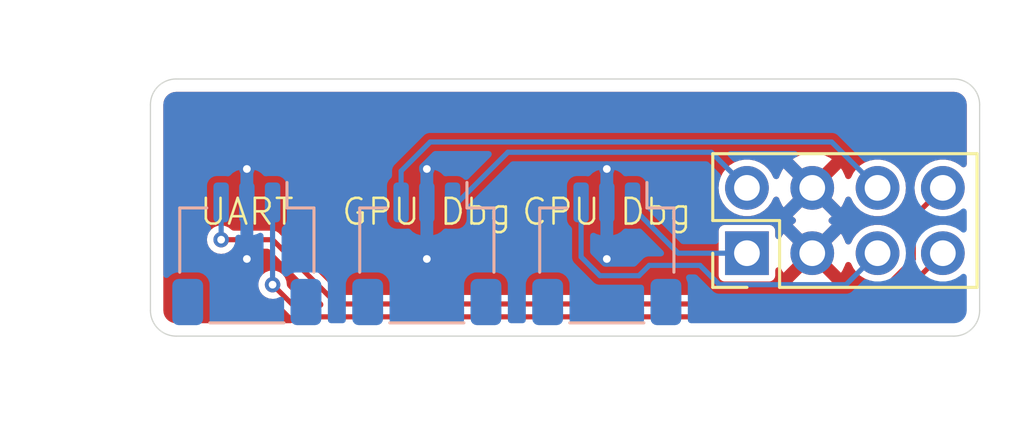
<source format=kicad_pcb>
(kicad_pcb (version 20240108) (generator "pcbnew") (generator_version "8.0")
  (layers (0 "F.Cu" signal) (31 "B.Cu" signal) (34 "B.Paste" user) (35 "F.Paste" user) (36 "B.SilkS" user "B.Silkscreen") (37 "F.SilkS" user "F.Silkscreen") (38 "B.Mask" user) (39 "F.Mask" user) (44 "Edge.Cuts" user))
  (net 0 "")
  (net 2 "GND")
  (net 3 "/CPU_SWD")
  (net 4 "/CPU_SWCLK")
  (net 5 "/TX")
  (net 6 "/RX")
  (net 7 "/GPU_SWD")
  (net 8 "/GPU_SWCLK")
  (footprint "Connector_PinHeader_2.54mm:PinHeader_2x04_P2.54mm_Vertical" (layer "F.Cu") (at 170.95 121.775 90)
    (property "Reference" "J2" (hide yes))
    (property "Value" "Conn_02x04_Odd_Even")
    (fp_line (start 3.87 -1.33) (end 3.87 8.95) (stroke (width 0.12)) (layer "F.SilkS"))
    (fp_line (start 1.27 -1.33) (end 3.87 -1.33) (stroke (width 0.12)) (layer "F.SilkS"))
    (fp_line (start -1.33 -1.33) (end 0 -1.33) (stroke (width 0.12)) (layer "F.SilkS"))
    (fp_line (start -1.33 0) (end -1.33 -1.33) (stroke (width 0.12)) (layer "F.SilkS"))
    (fp_line (start 1.27 1.27) (end 1.27 -1.33) (stroke (width 0.12)) (layer "F.SilkS"))
    (fp_line (start -1.33 1.27) (end 1.27 1.27) (stroke (width 0.12)) (layer "F.SilkS"))
    (fp_line (start -1.33 1.27) (end -1.33 8.95) (stroke (width 0.12)) (layer "F.SilkS"))
    (fp_line (start -1.33 8.95) (end 3.87 8.95) (stroke (width 0.12)) (layer "F.SilkS"))
    (pad "1" thru_hole rect (at 0 0 90) (size 1.7 1.7) (drill 1) (layers "*.Cu" "*.Mask") (net 4 "/CPU_SWCLK"))
    (pad "2" thru_hole oval (at 2.54 0 90) (size 1.7 1.7) (drill 1) (layers "*.Cu" "*.Mask") (net 8 "/GPU_SWCLK"))
    (pad "3" thru_hole oval (at 0 2.54 90) (size 1.7 1.7) (drill 1) (layers "*.Cu" "*.Mask") (net 2 "GND"))
    (pad "4" thru_hole oval (at 2.54 2.54 90) (size 1.7 1.7) (drill 1) (layers "*.Cu" "*.Mask") (net 2 "GND"))
    (pad "5" thru_hole oval (at 0 5.08 90) (size 1.7 1.7) (drill 1) (layers "*.Cu" "*.Mask") (net 3 "/CPU_SWD"))
    (pad "6" thru_hole oval (at 2.54 5.08 90) (size 1.7 1.7) (drill 1) (layers "*.Cu" "*.Mask") (net 7 "/GPU_SWD"))
    (pad "7" thru_hole oval (at 0 7.62 90) (size 1.7 1.7) (drill 1) (layers "*.Cu" "*.Mask") (net 6 "/RX"))
    (pad "8" thru_hole oval (at 2.54 7.62 90) (size 1.7 1.7) (drill 1) (layers "*.Cu" "*.Mask") (net 5 "/TX"))
  )
  (footprint "Connector_JST:JST_SH_SM03B-SRSS-TB_1x03-1MP_P1.00mm_Horizontal" (layer "B.Cu") (at 158.5 121.8 180)
    (property "Reference" "J3" (hide yes))
    (property "Value" "Conn_01x03_MountingPin")
    (fp_line (start 2.61 1.785) (end 2.61 -0.715) (stroke (width 0.12)) (layer "B.SilkS"))
    (fp_line (start 1.56 1.785) (end 2.61 1.785) (stroke (width 0.12)) (layer "B.SilkS"))
    (fp_line (start 1.44 -2.685) (end -1.44 -2.685) (stroke (width 0.12)) (layer "B.SilkS"))
    (fp_line (start -1.56 2.775) (end -1.56 1.785) (stroke (width 0.12)) (layer "B.SilkS"))
    (fp_line (start -1.56 1.785) (end -2.61 1.785) (stroke (width 0.12)) (layer "B.SilkS"))
    (fp_line (start -2.61 1.785) (end -2.61 -0.715) (stroke (width 0.12)) (layer "B.SilkS"))
    (pad "1" smd roundrect (at -1 2 180) (size 0.6 1.55) (layers "B.Cu" "B.Paste" "B.Mask") (net 8 "/GPU_SWCLK"))
    (pad "2" smd roundrect (at 0 2 180) (size 0.6 1.55) (layers "B.Cu" "B.Paste" "B.Mask") (net 2 "GND"))
    (pad "3" smd roundrect (at 1 2 180) (size 0.6 1.55) (layers "B.Cu" "B.Paste" "B.Mask") (net 7 "/GPU_SWD"))
    (pad "MP" smd roundrect (at -2.3 -1.875 180) (size 1.2 1.8) (layers "B.Cu" "B.Paste" "B.Mask") (roundrect_rratio 0.208333))
    (pad "MP" smd roundrect (at 2.3 -1.875 180) (size 1.2 1.8) (layers "B.Cu" "B.Paste" "B.Mask") (roundrect_rratio 0.208333))
  )
  (footprint "Connector_JST:JST_SH_SM03B-SRSS-TB_1x03-1MP_P1.00mm_Horizontal" (layer "B.Cu") (at 165.5 121.8 180)
    (property "Reference" "J1" (hide yes))
    (property "Value" "Conn_01x03_MountingPin")
    (fp_line (start 2.61 1.785) (end 2.61 -0.715) (stroke (width 0.12)) (layer "B.SilkS"))
    (fp_line (start 1.56 1.785) (end 2.61 1.785) (stroke (width 0.12)) (layer "B.SilkS"))
    (fp_line (start 1.44 -2.685) (end -1.44 -2.685) (stroke (width 0.12)) (layer "B.SilkS"))
    (fp_line (start -1.56 2.775) (end -1.56 1.785) (stroke (width 0.12)) (layer "B.SilkS"))
    (fp_line (start -1.56 1.785) (end -2.61 1.785) (stroke (width 0.12)) (layer "B.SilkS"))
    (fp_line (start -2.61 1.785) (end -2.61 -0.715) (stroke (width 0.12)) (layer "B.SilkS"))
    (pad "1" smd roundrect (at -1 2 180) (size 0.6 1.55) (layers "B.Cu" "B.Paste" "B.Mask") (net 4 "/CPU_SWCLK"))
    (pad "2" smd roundrect (at 0 2 180) (size 0.6 1.55) (layers "B.Cu" "B.Paste" "B.Mask") (net 2 "GND"))
    (pad "3" smd roundrect (at 1 2 180) (size 0.6 1.55) (layers "B.Cu" "B.Paste" "B.Mask") (net 3 "/CPU_SWD"))
    (pad "MP" smd roundrect (at -2.3 -1.875 180) (size 1.2 1.8) (layers "B.Cu" "B.Paste" "B.Mask") (roundrect_rratio 0.208333))
    (pad "MP" smd roundrect (at 2.3 -1.875 180) (size 1.2 1.8) (layers "B.Cu" "B.Paste" "B.Mask") (roundrect_rratio 0.208333))
  )
  (footprint "Connector_JST:JST_SH_SM03B-SRSS-TB_1x03-1MP_P1.00mm_Horizontal" (layer "B.Cu") (at 151.5 121.8 180)
    (property "Reference" "J4" (hide yes))
    (property "Value" "Conn_01x03_MountingPin")
    (fp_line (start 2.61 1.785) (end 2.61 -0.715) (stroke (width 0.12)) (layer "B.SilkS"))
    (fp_line (start 1.56 1.785) (end 2.61 1.785) (stroke (width 0.12)) (layer "B.SilkS"))
    (fp_line (start 1.44 -2.685) (end -1.44 -2.685) (stroke (width 0.12)) (layer "B.SilkS"))
    (fp_line (start -1.56 2.775) (end -1.56 1.785) (stroke (width 0.12)) (layer "B.SilkS"))
    (fp_line (start -1.56 1.785) (end -2.61 1.785) (stroke (width 0.12)) (layer "B.SilkS"))
    (fp_line (start -2.61 1.785) (end -2.61 -0.715) (stroke (width 0.12)) (layer "B.SilkS"))
    (pad "1" smd roundrect (at -1 2 180) (size 0.6 1.55) (layers "B.Cu" "B.Paste" "B.Mask") (net 6 "/RX"))
    (pad "2" smd roundrect (at 0 2 180) (size 0.6 1.55) (layers "B.Cu" "B.Paste" "B.Mask") (net 2 "GND"))
    (pad "3" smd roundrect (at 1 2 180) (size 0.6 1.55) (layers "B.Cu" "B.Paste" "B.Mask") (net 5 "/TX"))
    (pad "MP" smd roundrect (at -2.3 -1.875 180) (size 1.2 1.8) (layers "B.Cu" "B.Paste" "B.Mask") (roundrect_rratio 0.208333))
    (pad "MP" smd roundrect (at 2.3 -1.875 180) (size 1.2 1.8) (layers "B.Cu" "B.Paste" "B.Mask") (roundrect_rratio 0.208333))
  )
  (gr_line (start 147.75 116) (end 147.75 124) (stroke (width 0.05)) (layer "Edge.Cuts"))
  (gr_arc (start 179 115) (mid 179.707107 115.292893) (end 180 116) (stroke (width 0.05)) (layer "Edge.Cuts"))
  (gr_arc (start 180 124) (mid 179.707107 124.707107) (end 179 125) (stroke (width 0.05)) (layer "Edge.Cuts"))
  (gr_line (start 179 115) (end 148.75 115) (stroke (width 0.05)) (layer "Edge.Cuts"))
  (gr_line (start 180 124) (end 180 116) (stroke (width 0.05)) (layer "Edge.Cuts"))
  (gr_arc (start 147.75 116) (mid 148.042893 115.292893) (end 148.75 115) (stroke (width 0.05)) (layer "Edge.Cuts"))
  (gr_arc (start 148.75 125) (mid 148.042893 124.707107) (end 147.75 124) (stroke (width 0.05)) (layer "Edge.Cuts"))
  (gr_line (start 148.75 125) (end 179 125) (stroke (width 0.05)) (layer "Edge.Cuts"))
  (gr_text "UART" (at 151.5 120.75 0) (layer "F.SilkS") (effects (font (size 1 1) (thickness 0.1)) (justify bottom)))
  (gr_text "GPU Dbg" (at 158.5 120.75 0) (layer "F.SilkS") (effects (font (size 1 1) (thickness 0.1)) (justify bottom)))
  (gr_text "CPU Dbg" (at 165.5 120.75 0) (layer "F.SilkS") (effects (font (size 1 1) (thickness 0.1)) (justify bottom)))
  (via (at 158.5 118.5) (size 0.6) (drill 0.3) (layers "F.Cu" "B.Cu") (net 2))
  (via (at 158.5 122) (size 0.6) (drill 0.3) (layers "F.Cu" "B.Cu") (net 2))
  (via (at 165.5 118.5) (size 0.6) (drill 0.3) (layers "F.Cu" "B.Cu") (net 2))
  (via (at 165.5 122) (size 0.6) (drill 0.3) (layers "F.Cu" "B.Cu") (net 2))
  (via (at 151.5 122) (size 0.6) (drill 0.3) (layers "F.Cu" "B.Cu") (net 2))
  (via (at 151.5 118.5) (size 0.6) (drill 0.3) (layers "F.Cu" "B.Cu") (net 2))
  (segment (start 164.5 121.919239) (end 165.230761 122.65) (width 0.2) (layer "B.Cu") (net 3))
  (segment (start 169.125 122.25) (end 169.875 123) (width 0.2) (layer "B.Cu") (net 3))
  (segment (start 167.15 122.25) (end 169.125 122.25) (width 0.2) (layer "B.Cu") (net 3))
  (segment (start 164.5 120) (end 164.5 121.919239) (width 0.2) (layer "B.Cu") (net 3))
  (segment (start 174.805 123) (end 176.03 121.775) (width 0.2) (layer "B.Cu") (net 3))
  (segment (start 165.230761 122.65) (end 166.75 122.65) (width 0.2) (layer "B.Cu") (net 3))
  (segment (start 169.875 123) (end 174.805 123) (width 0.2) (layer "B.Cu") (net 3))
  (segment (start 166.75 122.65) (end 167.15 122.25) (width 0.2) (layer "B.Cu") (net 3))
  (segment (start 166.5 120) (end 168.275 121.775) (width 0.2) (layer "B.Cu") (net 4))
  (segment (start 168.275 121.775) (end 170.95 121.775) (width 0.2) (layer "B.Cu") (net 4))
  (segment (start 177.42 120.385) (end 177.42 122.011346) (width 0.2) (layer "F.Cu") (net 5))
  (segment (start 177.42 122.011346) (end 175.681346 123.75) (width 0.2) (layer "F.Cu") (net 5))
  (segment (start 155 123.75) (end 153.5 122.25) (width 0.2) (layer "F.Cu") (net 5))
  (segment (start 174.5 123.75) (end 155 123.75) (width 0.2) (layer "F.Cu") (net 5))
  (segment (start 152.5 121.25) (end 150.5 121.25) (width 0.2) (layer "F.Cu") (net 5))
  (segment (start 175.681346 123.75) (end 174.5 123.75) (width 0.2) (layer "F.Cu") (net 5))
  (segment (start 153.5 122.25) (end 152.5 121.25) (width 0.2) (layer "F.Cu") (net 5))
  (segment (start 178.57 119.235) (end 177.42 120.385) (width 0.2) (layer "F.Cu") (net 5))
  (via (at 150.5 121.25) (size 0.6) (drill 0.3) (layers "F.Cu" "B.Cu") (net 5))
  (segment (start 150.5 121.25) (end 150.5 120) (width 0.2) (layer "B.Cu") (net 5))
  (segment (start 178.57 121.775) (end 176.095 124.25) (width 0.2) (layer "F.Cu") (net 6))
  (segment (start 176.095 124.25) (end 153.750012 124.25) (width 0.2) (layer "F.Cu") (net 6))
  (segment (start 153.750012 124.25) (end 152.5 122.999988) (width 0.2) (layer "F.Cu") (net 6))
  (via (at 152.5 122.999988) (size 0.6) (drill 0.3) (layers "F.Cu" "B.Cu") (net 6))
  (segment (start 152.5 120) (end 152.5 122.999988) (width 0.2) (layer "B.Cu") (net 6))
  (segment (start 158.630761 117.45) (end 174.245 117.45) (width 0.2) (layer "B.Cu") (net 7))
  (segment (start 157.5 118.580761) (end 158.630761 117.45) (width 0.2) (layer "B.Cu") (net 7))
  (segment (start 174.245 117.45) (end 176.03 119.235) (width 0.2) (layer "B.Cu") (net 7))
  (segment (start 157.5 120) (end 157.5 118.580761) (width 0.2) (layer "B.Cu") (net 7))
  (segment (start 161.65 117.85) (end 169.565 117.85) (width 0.2) (layer "B.Cu") (net 8))
  (segment (start 169.565 117.85) (end 170.95 119.235) (width 0.2) (layer "B.Cu") (net 8))
  (segment (start 159.5 120) (end 161.65 117.85) (width 0.2) (layer "B.Cu") (net 8))
  (zone (net 2) (net_name "GND") (layers "F&B.Cu") (connect_pads (clearance 0.25)) (min_thickness 0.25) (fill yes (thermal_gap 0.5) (thermal_bridge_width 0.5))
    (polygon (pts (xy 147.75 115) (xy 147.75 125) (xy 180 125) (xy 180 115)))
  )
)
</source>
